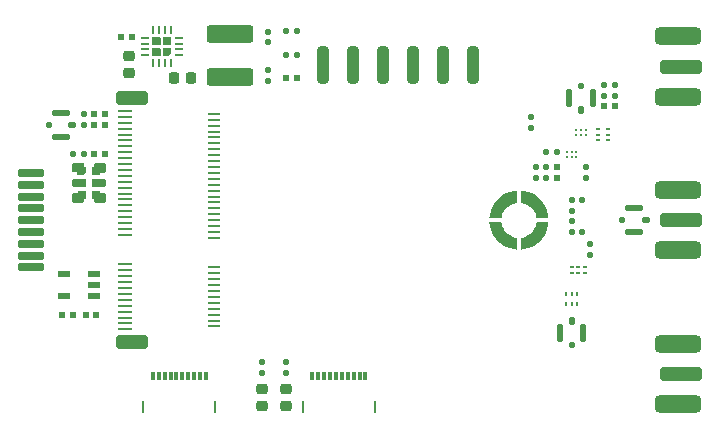
<source format=gtp>
G04*
G04 #@! TF.GenerationSoftware,Altium Limited,Altium Designer,20.1.12 (249)*
G04*
G04 Layer_Color=8421504*
%FSLAX44Y44*%
%MOMM*%
G71*
G04*
G04 #@! TF.SameCoordinates,A9FEEA33-96DE-4984-9D73-42BCD588803D*
G04*
G04*
G04 #@! TF.FilePolarity,Positive*
G04*
G01*
G75*
G04:AMPARAMS|DCode=15|XSize=1.45mm|YSize=0.55mm|CornerRadius=0.125mm|HoleSize=0mm|Usage=FLASHONLY|Rotation=180.000|XOffset=0mm|YOffset=0mm|HoleType=Round|Shape=RoundedRectangle|*
%AMROUNDEDRECTD15*
21,1,1.4500,0.3000,0,0,180.0*
21,1,1.2000,0.5500,0,0,180.0*
1,1,0.2500,-0.6000,0.1500*
1,1,0.2500,0.6000,0.1500*
1,1,0.2500,0.6000,-0.1500*
1,1,0.2500,-0.6000,-0.1500*
%
%ADD15ROUNDEDRECTD15*%
G04:AMPARAMS|DCode=16|XSize=0.6mm|YSize=0.45mm|CornerRadius=0.1mm|HoleSize=0mm|Usage=FLASHONLY|Rotation=180.000|XOffset=0mm|YOffset=0mm|HoleType=Round|Shape=RoundedRectangle|*
%AMROUNDEDRECTD16*
21,1,0.6000,0.2500,0,0,180.0*
21,1,0.4000,0.4500,0,0,180.0*
1,1,0.2000,-0.2000,0.1250*
1,1,0.2000,0.2000,0.1250*
1,1,0.2000,0.2000,-0.1250*
1,1,0.2000,-0.2000,-0.1250*
%
%ADD16ROUNDEDRECTD16*%
G04:AMPARAMS|DCode=17|XSize=0.5mm|YSize=0.45mm|CornerRadius=0.1mm|HoleSize=0mm|Usage=FLASHONLY|Rotation=180.000|XOffset=0mm|YOffset=0mm|HoleType=Round|Shape=RoundedRectangle|*
%AMROUNDEDRECTD17*
21,1,0.5000,0.2500,0,0,180.0*
21,1,0.3000,0.4500,0,0,180.0*
1,1,0.2000,-0.1500,0.1250*
1,1,0.2000,0.1500,0.1250*
1,1,0.2000,0.1500,-0.1250*
1,1,0.2000,-0.1500,-0.1250*
%
%ADD17ROUNDEDRECTD17*%
G04:AMPARAMS|DCode=18|XSize=1.15mm|YSize=3.55mm|CornerRadius=0.275mm|HoleSize=0mm|Usage=FLASHONLY|Rotation=90.000|XOffset=0mm|YOffset=0mm|HoleType=Round|Shape=RoundedRectangle|*
%AMROUNDEDRECTD18*
21,1,1.1500,3.0000,0,0,90.0*
21,1,0.6000,3.5500,0,0,90.0*
1,1,0.5500,1.5000,0.3000*
1,1,0.5500,1.5000,-0.3000*
1,1,0.5500,-1.5000,-0.3000*
1,1,0.5500,-1.5000,0.3000*
%
%ADD18ROUNDEDRECTD18*%
G04:AMPARAMS|DCode=19|XSize=1.45mm|YSize=3.95mm|CornerRadius=0.35mm|HoleSize=0mm|Usage=FLASHONLY|Rotation=90.000|XOffset=0mm|YOffset=0mm|HoleType=Round|Shape=RoundedRectangle|*
%AMROUNDEDRECTD19*
21,1,1.4500,3.2500,0,0,90.0*
21,1,0.7500,3.9500,0,0,90.0*
1,1,0.7000,1.6250,0.3750*
1,1,0.7000,1.6250,-0.3750*
1,1,0.7000,-1.6250,-0.3750*
1,1,0.7000,-1.6250,0.3750*
%
%ADD19ROUNDEDRECTD19*%
G04:AMPARAMS|DCode=20|XSize=0.5mm|YSize=0.5mm|CornerRadius=0.1125mm|HoleSize=0mm|Usage=FLASHONLY|Rotation=90.000|XOffset=0mm|YOffset=0mm|HoleType=Round|Shape=RoundedRectangle|*
%AMROUNDEDRECTD20*
21,1,0.5000,0.2750,0,0,90.0*
21,1,0.2750,0.5000,0,0,90.0*
1,1,0.2250,0.1375,0.1375*
1,1,0.2250,0.1375,-0.1375*
1,1,0.2250,-0.1375,-0.1375*
1,1,0.2250,-0.1375,0.1375*
%
%ADD20ROUNDEDRECTD20*%
G04:AMPARAMS|DCode=21|XSize=1.45mm|YSize=3.95mm|CornerRadius=0.2mm|HoleSize=0mm|Usage=FLASHONLY|Rotation=270.000|XOffset=0mm|YOffset=0mm|HoleType=Round|Shape=RoundedRectangle|*
%AMROUNDEDRECTD21*
21,1,1.4500,3.5500,0,0,270.0*
21,1,1.0500,3.9500,0,0,270.0*
1,1,0.4000,-1.7750,-0.5250*
1,1,0.4000,-1.7750,0.5250*
1,1,0.4000,1.7750,0.5250*
1,1,0.4000,1.7750,-0.5250*
%
%ADD21ROUNDEDRECTD21*%
G04:AMPARAMS|DCode=22|XSize=0.7mm|YSize=0.21mm|CornerRadius=0.04mm|HoleSize=0mm|Usage=FLASHONLY|Rotation=0.000|XOffset=0mm|YOffset=0mm|HoleType=Round|Shape=RoundedRectangle|*
%AMROUNDEDRECTD22*
21,1,0.7000,0.1300,0,0,0.0*
21,1,0.6200,0.2100,0,0,0.0*
1,1,0.0800,0.3100,-0.0650*
1,1,0.0800,-0.3100,-0.0650*
1,1,0.0800,-0.3100,0.0650*
1,1,0.0800,0.3100,0.0650*
%
%ADD22ROUNDEDRECTD22*%
G04:AMPARAMS|DCode=23|XSize=0.7mm|YSize=0.21mm|CornerRadius=0.04mm|HoleSize=0mm|Usage=FLASHONLY|Rotation=90.000|XOffset=0mm|YOffset=0mm|HoleType=Round|Shape=RoundedRectangle|*
%AMROUNDEDRECTD23*
21,1,0.7000,0.1300,0,0,90.0*
21,1,0.6200,0.2100,0,0,90.0*
1,1,0.0800,0.0650,0.3100*
1,1,0.0800,0.0650,-0.3100*
1,1,0.0800,-0.0650,-0.3100*
1,1,0.0800,-0.0650,0.3100*
%
%ADD23ROUNDEDRECTD23*%
G04:AMPARAMS|DCode=24|XSize=0.55mm|YSize=0.55mm|CornerRadius=0.125mm|HoleSize=0mm|Usage=FLASHONLY|Rotation=0.000|XOffset=0mm|YOffset=0mm|HoleType=Round|Shape=RoundedRectangle|*
%AMROUNDEDRECTD24*
21,1,0.5500,0.3000,0,0,0.0*
21,1,0.3000,0.5500,0,0,0.0*
1,1,0.2500,0.1500,-0.1500*
1,1,0.2500,-0.1500,-0.1500*
1,1,0.2500,-0.1500,0.1500*
1,1,0.2500,0.1500,0.1500*
%
%ADD24ROUNDEDRECTD24*%
G04:AMPARAMS|DCode=25|XSize=0.5mm|YSize=0.5mm|CornerRadius=0.1125mm|HoleSize=0mm|Usage=FLASHONLY|Rotation=180.000|XOffset=0mm|YOffset=0mm|HoleType=Round|Shape=RoundedRectangle|*
%AMROUNDEDRECTD25*
21,1,0.5000,0.2750,0,0,180.0*
21,1,0.2750,0.5000,0,0,180.0*
1,1,0.2250,-0.1375,0.1375*
1,1,0.2250,0.1375,0.1375*
1,1,0.2250,0.1375,-0.1375*
1,1,0.2250,-0.1375,-0.1375*
%
%ADD25ROUNDEDRECTD25*%
G04:AMPARAMS|DCode=26|XSize=0.25mm|YSize=0.95mm|CornerRadius=0.05mm|HoleSize=0mm|Usage=FLASHONLY|Rotation=0.000|XOffset=0mm|YOffset=0mm|HoleType=Round|Shape=RoundedRectangle|*
%AMROUNDEDRECTD26*
21,1,0.2500,0.8500,0,0,0.0*
21,1,0.1500,0.9500,0,0,0.0*
1,1,0.1000,0.0750,-0.4250*
1,1,0.1000,-0.0750,-0.4250*
1,1,0.1000,-0.0750,0.4250*
1,1,0.1000,0.0750,0.4250*
%
%ADD26ROUNDEDRECTD26*%
G04:AMPARAMS|DCode=27|XSize=0.3mm|YSize=0.7mm|CornerRadius=0.075mm|HoleSize=0mm|Usage=FLASHONLY|Rotation=0.000|XOffset=0mm|YOffset=0mm|HoleType=Round|Shape=RoundedRectangle|*
%AMROUNDEDRECTD27*
21,1,0.3000,0.5500,0,0,0.0*
21,1,0.1500,0.7000,0,0,0.0*
1,1,0.1500,0.0750,-0.2750*
1,1,0.1500,-0.0750,-0.2750*
1,1,0.1500,-0.0750,0.2750*
1,1,0.1500,0.0750,0.2750*
%
%ADD27ROUNDEDRECTD27*%
G04:AMPARAMS|DCode=28|XSize=0.9mm|YSize=0.95mm|CornerRadius=0.2125mm|HoleSize=0mm|Usage=FLASHONLY|Rotation=270.000|XOffset=0mm|YOffset=0mm|HoleType=Round|Shape=RoundedRectangle|*
%AMROUNDEDRECTD28*
21,1,0.9000,0.5250,0,0,270.0*
21,1,0.4750,0.9500,0,0,270.0*
1,1,0.4250,-0.2625,-0.2375*
1,1,0.4250,-0.2625,0.2375*
1,1,0.4250,0.2625,0.2375*
1,1,0.4250,0.2625,-0.2375*
%
%ADD28ROUNDEDRECTD28*%
G04:AMPARAMS|DCode=29|XSize=0.35mm|YSize=0.25mm|CornerRadius=0.0313mm|HoleSize=0mm|Usage=FLASHONLY|Rotation=270.000|XOffset=0mm|YOffset=0mm|HoleType=Round|Shape=RoundedRectangle|*
%AMROUNDEDRECTD29*
21,1,0.3500,0.1875,0,0,270.0*
21,1,0.2875,0.2500,0,0,270.0*
1,1,0.0625,-0.0938,-0.1438*
1,1,0.0625,-0.0938,0.1438*
1,1,0.0625,0.0938,0.1438*
1,1,0.0625,0.0938,-0.1438*
%
%ADD29ROUNDEDRECTD29*%
G04:AMPARAMS|DCode=30|XSize=0.35mm|YSize=0.25mm|CornerRadius=0.0313mm|HoleSize=0mm|Usage=FLASHONLY|Rotation=0.000|XOffset=0mm|YOffset=0mm|HoleType=Round|Shape=RoundedRectangle|*
%AMROUNDEDRECTD30*
21,1,0.3500,0.1875,0,0,0.0*
21,1,0.2875,0.2500,0,0,0.0*
1,1,0.0625,0.1438,-0.0938*
1,1,0.0625,-0.1438,-0.0938*
1,1,0.0625,-0.1438,0.0938*
1,1,0.0625,0.1438,0.0938*
%
%ADD30ROUNDEDRECTD30*%
G04:AMPARAMS|DCode=31|XSize=0.175mm|YSize=0.3mm|CornerRadius=0.0031mm|HoleSize=0mm|Usage=FLASHONLY|Rotation=270.000|XOffset=0mm|YOffset=0mm|HoleType=Round|Shape=RoundedRectangle|*
%AMROUNDEDRECTD31*
21,1,0.1750,0.2938,0,0,270.0*
21,1,0.1688,0.3000,0,0,270.0*
1,1,0.0063,-0.1469,-0.0844*
1,1,0.0063,-0.1469,0.0844*
1,1,0.0063,0.1469,0.0844*
1,1,0.0063,0.1469,-0.0844*
%
%ADD31ROUNDEDRECTD31*%
G04:AMPARAMS|DCode=32|XSize=1.1mm|YSize=0.55mm|CornerRadius=0.125mm|HoleSize=0mm|Usage=FLASHONLY|Rotation=180.000|XOffset=0mm|YOffset=0mm|HoleType=Round|Shape=RoundedRectangle|*
%AMROUNDEDRECTD32*
21,1,1.1000,0.3000,0,0,180.0*
21,1,0.8500,0.5500,0,0,180.0*
1,1,0.2500,-0.4250,0.1500*
1,1,0.2500,0.4250,0.1500*
1,1,0.2500,0.4250,-0.1500*
1,1,0.2500,-0.4250,-0.1500*
%
%ADD32ROUNDEDRECTD32*%
G04:AMPARAMS|DCode=33|XSize=1mm|YSize=0.8mm|CornerRadius=0.1238mm|HoleSize=0mm|Usage=FLASHONLY|Rotation=0.000|XOffset=0mm|YOffset=0mm|HoleType=Round|Shape=RoundedRectangle|*
%AMROUNDEDRECTD33*
21,1,1.0000,0.5525,0,0,0.0*
21,1,0.7525,0.8000,0,0,0.0*
1,1,0.2475,0.3763,-0.2763*
1,1,0.2475,-0.3763,-0.2763*
1,1,0.2475,-0.3763,0.2763*
1,1,0.2475,0.3763,0.2763*
%
%ADD33ROUNDEDRECTD33*%
G04:AMPARAMS|DCode=34|XSize=1mm|YSize=0.75mm|CornerRadius=0.115mm|HoleSize=0mm|Usage=FLASHONLY|Rotation=180.000|XOffset=0mm|YOffset=0mm|HoleType=Round|Shape=RoundedRectangle|*
%AMROUNDEDRECTD34*
21,1,1.0000,0.5200,0,0,180.0*
21,1,0.7700,0.7500,0,0,180.0*
1,1,0.2300,-0.3850,0.2600*
1,1,0.2300,0.3850,0.2600*
1,1,0.2300,0.3850,-0.2600*
1,1,0.2300,-0.3850,-0.2600*
%
%ADD34ROUNDEDRECTD34*%
G04:AMPARAMS|DCode=35|XSize=0.25mm|YSize=1.2mm|CornerRadius=0.05mm|HoleSize=0mm|Usage=FLASHONLY|Rotation=90.000|XOffset=0mm|YOffset=0mm|HoleType=Round|Shape=RoundedRectangle|*
%AMROUNDEDRECTD35*
21,1,0.2500,1.1000,0,0,90.0*
21,1,0.1500,1.2000,0,0,90.0*
1,1,0.1000,0.5500,0.0750*
1,1,0.1000,0.5500,-0.0750*
1,1,0.1000,-0.5500,-0.0750*
1,1,0.1000,-0.5500,0.0750*
%
%ADD35ROUNDEDRECTD35*%
G04:AMPARAMS|DCode=36|XSize=1.15mm|YSize=2.65mm|CornerRadius=0.125mm|HoleSize=0mm|Usage=FLASHONLY|Rotation=90.000|XOffset=0mm|YOffset=0mm|HoleType=Round|Shape=RoundedRectangle|*
%AMROUNDEDRECTD36*
21,1,1.1500,2.4000,0,0,90.0*
21,1,0.9000,2.6500,0,0,90.0*
1,1,0.2500,1.2000,0.4500*
1,1,0.2500,1.2000,-0.4500*
1,1,0.2500,-1.2000,-0.4500*
1,1,0.2500,-1.2000,0.4500*
%
%ADD36ROUNDEDRECTD36*%
G04:AMPARAMS|DCode=37|XSize=0.25mm|YSize=0.95mm|CornerRadius=0.05mm|HoleSize=0mm|Usage=FLASHONLY|Rotation=90.000|XOffset=0mm|YOffset=0mm|HoleType=Round|Shape=RoundedRectangle|*
%AMROUNDEDRECTD37*
21,1,0.2500,0.8500,0,0,90.0*
21,1,0.1500,0.9500,0,0,90.0*
1,1,0.1000,0.4250,0.0750*
1,1,0.1000,0.4250,-0.0750*
1,1,0.1000,-0.4250,-0.0750*
1,1,0.1000,-0.4250,0.0750*
%
%ADD37ROUNDEDRECTD37*%
G04:AMPARAMS|DCode=38|XSize=0.25mm|YSize=0.25mm|CornerRadius=0.0313mm|HoleSize=0mm|Usage=FLASHONLY|Rotation=270.000|XOffset=0mm|YOffset=0mm|HoleType=Round|Shape=RoundedRectangle|*
%AMROUNDEDRECTD38*
21,1,0.2500,0.1875,0,0,270.0*
21,1,0.1875,0.2500,0,0,270.0*
1,1,0.0625,-0.0938,-0.0938*
1,1,0.0625,-0.0938,0.0938*
1,1,0.0625,0.0938,0.0938*
1,1,0.0625,0.0938,-0.0938*
%
%ADD38ROUNDEDRECTD38*%
G04:AMPARAMS|DCode=39|XSize=0.55mm|YSize=0.55mm|CornerRadius=0.125mm|HoleSize=0mm|Usage=FLASHONLY|Rotation=90.000|XOffset=0mm|YOffset=0mm|HoleType=Round|Shape=RoundedRectangle|*
%AMROUNDEDRECTD39*
21,1,0.5500,0.3000,0,0,90.0*
21,1,0.3000,0.5500,0,0,90.0*
1,1,0.2500,0.1500,0.1500*
1,1,0.2500,0.1500,-0.1500*
1,1,0.2500,-0.1500,-0.1500*
1,1,0.2500,-0.1500,0.1500*
%
%ADD39ROUNDEDRECTD39*%
G04:AMPARAMS|DCode=40|XSize=0.5mm|YSize=0.45mm|CornerRadius=0.1mm|HoleSize=0mm|Usage=FLASHONLY|Rotation=90.000|XOffset=0mm|YOffset=0mm|HoleType=Round|Shape=RoundedRectangle|*
%AMROUNDEDRECTD40*
21,1,0.5000,0.2500,0,0,90.0*
21,1,0.3000,0.4500,0,0,90.0*
1,1,0.2000,0.1250,0.1500*
1,1,0.2000,0.1250,-0.1500*
1,1,0.2000,-0.1250,-0.1500*
1,1,0.2000,-0.1250,0.1500*
%
%ADD40ROUNDEDRECTD40*%
G04:AMPARAMS|DCode=41|XSize=1.45mm|YSize=0.55mm|CornerRadius=0.125mm|HoleSize=0mm|Usage=FLASHONLY|Rotation=270.000|XOffset=0mm|YOffset=0mm|HoleType=Round|Shape=RoundedRectangle|*
%AMROUNDEDRECTD41*
21,1,1.4500,0.3000,0,0,270.0*
21,1,1.2000,0.5500,0,0,270.0*
1,1,0.2500,-0.1500,-0.6000*
1,1,0.2500,-0.1500,0.6000*
1,1,0.2500,0.1500,0.6000*
1,1,0.2500,0.1500,-0.6000*
%
%ADD41ROUNDEDRECTD41*%
G04:AMPARAMS|DCode=42|XSize=0.6mm|YSize=0.45mm|CornerRadius=0.1mm|HoleSize=0mm|Usage=FLASHONLY|Rotation=90.000|XOffset=0mm|YOffset=0mm|HoleType=Round|Shape=RoundedRectangle|*
%AMROUNDEDRECTD42*
21,1,0.6000,0.2500,0,0,90.0*
21,1,0.4000,0.4500,0,0,90.0*
1,1,0.2000,0.1250,0.2000*
1,1,0.2000,0.1250,-0.2000*
1,1,0.2000,-0.1250,-0.2000*
1,1,0.2000,-0.1250,0.2000*
%
%ADD42ROUNDEDRECTD42*%
G04:AMPARAMS|DCode=43|XSize=0.9mm|YSize=0.95mm|CornerRadius=0.2125mm|HoleSize=0mm|Usage=FLASHONLY|Rotation=0.000|XOffset=0mm|YOffset=0mm|HoleType=Round|Shape=RoundedRectangle|*
%AMROUNDEDRECTD43*
21,1,0.9000,0.5250,0,0,0.0*
21,1,0.4750,0.9500,0,0,0.0*
1,1,0.4250,0.2375,-0.2625*
1,1,0.4250,-0.2375,-0.2625*
1,1,0.4250,-0.2375,0.2625*
1,1,0.4250,0.2375,0.2625*
%
%ADD43ROUNDEDRECTD43*%
G04:AMPARAMS|DCode=44|XSize=0.95mm|YSize=3.15mm|CornerRadius=0.225mm|HoleSize=0mm|Usage=FLASHONLY|Rotation=0.000|XOffset=0mm|YOffset=0mm|HoleType=Round|Shape=RoundedRectangle|*
%AMROUNDEDRECTD44*
21,1,0.9500,2.7000,0,0,0.0*
21,1,0.5000,3.1500,0,0,0.0*
1,1,0.4500,0.2500,-1.3500*
1,1,0.4500,-0.2500,-1.3500*
1,1,0.4500,-0.2500,1.3500*
1,1,0.4500,0.2500,1.3500*
%
%ADD44ROUNDEDRECTD44*%
G04:AMPARAMS|DCode=45|XSize=0.75mm|YSize=0.65mm|CornerRadius=0.0975mm|HoleSize=0mm|Usage=FLASHONLY|Rotation=0.000|XOffset=0mm|YOffset=0mm|HoleType=Round|Shape=RoundedRectangle|*
%AMROUNDEDRECTD45*
21,1,0.7500,0.4550,0,0,0.0*
21,1,0.5550,0.6500,0,0,0.0*
1,1,0.1950,0.2775,-0.2275*
1,1,0.1950,-0.2775,-0.2275*
1,1,0.1950,-0.2775,0.2275*
1,1,0.1950,0.2775,0.2275*
%
%ADD45ROUNDEDRECTD45*%
G04:AMPARAMS|DCode=46|XSize=0.65mm|YSize=2.25mm|CornerRadius=0.15mm|HoleSize=0mm|Usage=FLASHONLY|Rotation=270.000|XOffset=0mm|YOffset=0mm|HoleType=Round|Shape=RoundedRectangle|*
%AMROUNDEDRECTD46*
21,1,0.6500,1.9500,0,0,270.0*
21,1,0.3500,2.2500,0,0,270.0*
1,1,0.3000,-0.9750,-0.1750*
1,1,0.3000,-0.9750,0.1750*
1,1,0.3000,0.9750,0.1750*
1,1,0.3000,0.9750,-0.1750*
%
%ADD46ROUNDEDRECTD46*%
G36*
X167816Y325098D02*
X168098Y324817D01*
X168250Y324449D01*
X168250Y324250D01*
X168250Y319000D01*
X168250Y319000D01*
X168250Y318801D01*
X168098Y318434D01*
X167816Y318152D01*
X167449Y318000D01*
X167250Y318000D01*
X162000Y318000D01*
X161801D01*
X161434Y318152D01*
X161152Y318434D01*
X161000Y318801D01*
Y319000D01*
Y324250D01*
Y324449D01*
X161152Y324816D01*
X161434Y325098D01*
X161801Y325250D01*
X167250D01*
X167250Y325250D01*
X167449Y325250D01*
X167816Y325098D01*
D02*
G37*
G36*
X152750Y325250D02*
Y325250D01*
X158199D01*
X158567Y325098D01*
X158848Y324816D01*
X159000Y324449D01*
Y324250D01*
Y319000D01*
Y318801D01*
X158848Y318434D01*
X158567Y318152D01*
X158199Y318000D01*
X158000D01*
X152750Y318000D01*
X152551D01*
X152184Y318152D01*
X151902Y318434D01*
X151750Y318801D01*
Y319000D01*
X151750Y319000D01*
X151750Y324250D01*
X151750Y324449D01*
X151902Y324817D01*
X152184Y325098D01*
X152551Y325250D01*
X152750Y325250D01*
D02*
G37*
G36*
X167816Y315848D02*
X168098Y315567D01*
X168250Y315199D01*
X168250Y315000D01*
X168250Y315000D01*
Y312250D01*
Y312131D01*
X168204Y311898D01*
X168113Y311678D01*
X167980Y311481D01*
X167896Y311397D01*
X165604Y309104D01*
X165520Y309020D01*
X165322Y308887D01*
X165102Y308797D01*
X164869Y308750D01*
X164750Y308750D01*
X164750Y308750D01*
X161801D01*
X161434Y308902D01*
X161152Y309184D01*
X161000Y309551D01*
Y309750D01*
Y309750D01*
Y315000D01*
Y315199D01*
X161152Y315566D01*
X161434Y315848D01*
X161801Y316000D01*
X162000D01*
X167250Y316000D01*
X167449Y316000D01*
X167816Y315848D01*
D02*
G37*
G36*
X158567Y315848D02*
X158848Y315566D01*
X159000Y315199D01*
Y315000D01*
Y309750D01*
Y309551D01*
X158848Y309184D01*
X158567Y308902D01*
X158199Y308750D01*
X152750D01*
X152551Y308750D01*
X152184Y308902D01*
X151902Y309184D01*
X151750Y309551D01*
X151750Y309750D01*
X151750Y315000D01*
X151750Y315000D01*
X151750Y315199D01*
X151902Y315566D01*
X152184Y315848D01*
X152551Y316000D01*
X152750Y316000D01*
X158000Y316000D01*
X158199D01*
X158567Y315848D01*
D02*
G37*
G36*
X93012Y218498D02*
X93012D01*
X93013D01*
X93134Y218498D01*
X93373Y218451D01*
X93598Y218357D01*
X93800Y218222D01*
X93972Y218050D01*
X94107Y217848D01*
X94200Y217623D01*
X94248Y217384D01*
X94248Y217263D01*
X94248Y217260D01*
Y217252D01*
X94248Y217252D01*
X94248Y217251D01*
X94248Y214820D01*
X95218D01*
X95576Y214671D01*
X95850Y214398D01*
X95998Y214040D01*
Y213847D01*
X95998Y211572D01*
Y211572D01*
Y211572D01*
X95998Y211478D01*
X95961Y211293D01*
X95889Y211119D01*
X95785Y210963D01*
X95718Y210896D01*
X95718Y210896D01*
X93425Y208603D01*
D01*
X93359Y208537D01*
X93202Y208433D01*
X93028Y208360D01*
X92844Y208324D01*
X89281D01*
X88924Y208472D01*
X88650Y208745D01*
X88502Y209103D01*
Y209297D01*
Y210502D01*
X85487Y210502D01*
X85487D01*
X85487D01*
X85366Y210502D01*
X85127Y210550D01*
X84902Y210643D01*
X84700Y210778D01*
X84528Y210950D01*
X84393Y211152D01*
X84300Y211377D01*
X84252Y211616D01*
X84252Y211737D01*
X84252Y211738D01*
Y211738D01*
Y217263D01*
Y217384D01*
X84300Y217623D01*
X84393Y217848D01*
X84528Y218050D01*
X84700Y218222D01*
X84902Y218357D01*
X85127Y218451D01*
X85366Y218498D01*
X85487Y218498D01*
X85488Y218498D01*
X93012Y218498D01*
D02*
G37*
G36*
X464000Y194955D02*
X466269Y194819D01*
X470683Y193732D01*
X474829Y191867D01*
X478570Y189285D01*
X481785Y186070D01*
X484367Y182329D01*
X486232Y178183D01*
X487318Y173769D01*
X487455Y171500D01*
X477425D01*
X477425Y171500D01*
X477242Y172771D01*
X476553Y175244D01*
X475454Y177563D01*
X473975Y179660D01*
X472160Y181475D01*
X470063Y182954D01*
X467744Y184054D01*
X465271Y184742D01*
X464000Y184925D01*
X464000Y194955D01*
X464000Y194955D01*
D02*
G37*
G36*
X461000Y184925D02*
Y184925D01*
X459729Y184742D01*
X457256Y184054D01*
X454937Y182954D01*
X452840Y181475D01*
X451025Y179660D01*
X449546Y177563D01*
X448446Y175244D01*
X447758Y172771D01*
X447575Y171500D01*
X437545Y171500D01*
X437682Y173769D01*
X438768Y178183D01*
X440633Y182329D01*
X443215Y186070D01*
X446429Y189285D01*
X450171Y191867D01*
X454317Y193732D01*
X458731Y194819D01*
X461000Y194955D01*
X461000Y184925D01*
D02*
G37*
G36*
X447758Y167229D02*
X448446Y164756D01*
X449546Y162437D01*
X451025Y160340D01*
X452840Y158525D01*
X454937Y157046D01*
X457256Y155947D01*
X459729Y155258D01*
X461000Y155075D01*
X461000Y145045D01*
X461000D01*
X458731Y145182D01*
X454317Y146268D01*
X450171Y148133D01*
X446430Y150715D01*
X443215Y153930D01*
X440633Y157671D01*
X438768Y161817D01*
X437681Y166231D01*
X437545Y168500D01*
X447575Y168500D01*
X447575D01*
X447758Y167229D01*
D02*
G37*
G36*
X487455Y168500D02*
X487318Y166231D01*
X486232Y161817D01*
X484367Y157671D01*
X481785Y153930D01*
X478570Y150715D01*
X474829Y148133D01*
X470683Y146268D01*
X466269Y145182D01*
X464000Y145045D01*
Y155076D01*
X464000Y155076D01*
X465271Y155259D01*
X467744Y155947D01*
X470063Y157046D01*
X472160Y158525D01*
X473975Y160340D01*
X475454Y162437D01*
X476553Y164756D01*
X477242Y167229D01*
X477425Y168500D01*
X487455Y168500D01*
X487455Y168500D01*
D02*
G37*
D15*
X560000Y160000D02*
D03*
Y180000D02*
D03*
X74500Y260500D02*
D03*
X74500Y240500D02*
D03*
D16*
X569750Y170000D02*
D03*
X84250Y250500D02*
D03*
D17*
X549750Y170000D02*
D03*
X64250Y250500D02*
D03*
D18*
X599500Y300000D02*
D03*
Y170000D02*
D03*
Y40000D02*
D03*
D19*
X597500Y325500D02*
D03*
Y274500D02*
D03*
Y195500D02*
D03*
Y144500D02*
D03*
Y65500D02*
D03*
Y14500D02*
D03*
D20*
X250000Y329500D02*
D03*
Y320500D02*
D03*
X250000Y288000D02*
D03*
Y297000D02*
D03*
X472500Y257000D02*
D03*
Y248000D02*
D03*
X522500Y140500D02*
D03*
Y149500D02*
D03*
X519500Y215000D02*
D03*
Y206000D02*
D03*
X485500Y215000D02*
D03*
Y206000D02*
D03*
X476500D02*
D03*
Y215000D02*
D03*
X507000Y169000D02*
D03*
Y178000D02*
D03*
X265000Y40500D02*
D03*
Y49500D02*
D03*
X245000Y40500D02*
D03*
Y49500D02*
D03*
X94000Y250500D02*
D03*
X94000Y259500D02*
D03*
D21*
X217500Y291500D02*
D03*
Y327500D02*
D03*
D22*
X174250Y309500D02*
D03*
Y314500D02*
D03*
Y319500D02*
D03*
Y324500D02*
D03*
X145750D02*
D03*
Y319500D02*
D03*
Y314500D02*
D03*
Y309500D02*
D03*
D23*
X167500Y331250D02*
D03*
X162500D02*
D03*
X157500D02*
D03*
X152500D02*
D03*
Y302750D02*
D03*
X157500D02*
D03*
X162500D02*
D03*
X167500D02*
D03*
D24*
X274500Y290000D02*
D03*
X265500D02*
D03*
X134500Y325000D02*
D03*
X125500D02*
D03*
X534500Y266500D02*
D03*
X543500D02*
D03*
X95500Y90000D02*
D03*
X104500D02*
D03*
X84500D02*
D03*
X75500D02*
D03*
X112000Y226000D02*
D03*
X103000D02*
D03*
X103000Y250500D02*
D03*
X112000D02*
D03*
X103000Y259500D02*
D03*
X112000Y259500D02*
D03*
D25*
X265500Y310000D02*
D03*
X274500D02*
D03*
Y330000D02*
D03*
X265500D02*
D03*
X534500Y275500D02*
D03*
X543500D02*
D03*
X543500Y284500D02*
D03*
X534500D02*
D03*
X485500Y227500D02*
D03*
X494500D02*
D03*
X516000Y187000D02*
D03*
X507000D02*
D03*
X516000Y160000D02*
D03*
X507000D02*
D03*
X94000Y226000D02*
D03*
X85000D02*
D03*
D26*
X144600Y11500D02*
D03*
X205400D02*
D03*
X279600D02*
D03*
X340400D02*
D03*
D27*
X187500Y38000D02*
D03*
X182500D02*
D03*
X177500D02*
D03*
X172500D02*
D03*
X167500D02*
D03*
X162500D02*
D03*
X157500D02*
D03*
X152500D02*
D03*
X192500D02*
D03*
X197500D02*
D03*
X322500D02*
D03*
X317500D02*
D03*
X312500D02*
D03*
X307500D02*
D03*
X302500D02*
D03*
X297500D02*
D03*
X292500D02*
D03*
X287500D02*
D03*
X327500D02*
D03*
X332500D02*
D03*
D28*
X265000Y12900D02*
D03*
Y27100D02*
D03*
X245000Y12900D02*
D03*
Y27100D02*
D03*
X131999Y309054D02*
D03*
Y294854D02*
D03*
D29*
X512000Y98750D02*
D03*
X507000D02*
D03*
X502000D02*
D03*
Y107250D02*
D03*
X507000D02*
D03*
X512000D02*
D03*
D30*
X538250Y247500D02*
D03*
Y242500D02*
D03*
Y237500D02*
D03*
X529750D02*
D03*
Y242500D02*
D03*
Y247500D02*
D03*
D31*
X507050Y125550D02*
D03*
X512750D02*
D03*
X518450D02*
D03*
Y130000D02*
D03*
X512750D02*
D03*
X507050D02*
D03*
D32*
X77500Y124500D02*
D03*
Y105500D02*
D03*
X102500D02*
D03*
Y124500D02*
D03*
Y115000D02*
D03*
D33*
X107750Y188500D02*
D03*
Y214500D02*
D03*
X89250Y188500D02*
D03*
D34*
Y201500D02*
D03*
X107750D02*
D03*
D35*
X129250Y107500D02*
D03*
Y132500D02*
D03*
Y127500D02*
D03*
Y112500D02*
D03*
Y122500D02*
D03*
Y117500D02*
D03*
Y77500D02*
D03*
Y92500D02*
D03*
Y102500D02*
D03*
Y97500D02*
D03*
Y87500D02*
D03*
Y82500D02*
D03*
Y217500D02*
D03*
Y227500D02*
D03*
Y222500D02*
D03*
Y202500D02*
D03*
Y212500D02*
D03*
Y207500D02*
D03*
Y252500D02*
D03*
Y262500D02*
D03*
Y257500D02*
D03*
Y237500D02*
D03*
Y232500D02*
D03*
Y247500D02*
D03*
Y242500D02*
D03*
Y172500D02*
D03*
Y182500D02*
D03*
Y177500D02*
D03*
Y157500D02*
D03*
Y167500D02*
D03*
Y162500D02*
D03*
Y197500D02*
D03*
Y192500D02*
D03*
Y187500D02*
D03*
D36*
X135000Y66500D02*
D03*
Y273500D02*
D03*
D37*
X204500Y155000D02*
D03*
Y90000D02*
D03*
Y100000D02*
D03*
Y95000D02*
D03*
Y85000D02*
D03*
Y80000D02*
D03*
Y120000D02*
D03*
Y130000D02*
D03*
Y125000D02*
D03*
Y105000D02*
D03*
Y115000D02*
D03*
Y110000D02*
D03*
Y240000D02*
D03*
Y250000D02*
D03*
Y245000D02*
D03*
Y225000D02*
D03*
Y235000D02*
D03*
Y230000D02*
D03*
Y260000D02*
D03*
Y255000D02*
D03*
Y180000D02*
D03*
Y190000D02*
D03*
Y185000D02*
D03*
Y165000D02*
D03*
Y160000D02*
D03*
Y175000D02*
D03*
Y170000D02*
D03*
Y210000D02*
D03*
Y220000D02*
D03*
Y215000D02*
D03*
Y200000D02*
D03*
Y195000D02*
D03*
Y205000D02*
D03*
D38*
X511000Y242500D02*
D03*
X515000Y242500D02*
D03*
X519000Y242500D02*
D03*
Y246500D02*
D03*
X515000Y246500D02*
D03*
X511000Y246500D02*
D03*
X507000Y223500D02*
D03*
X511000Y223500D02*
D03*
X503000Y223500D02*
D03*
X503000Y227500D02*
D03*
X511000D02*
D03*
X507000Y227500D02*
D03*
D39*
X494500Y215000D02*
D03*
Y206000D02*
D03*
D40*
X515000Y283250D02*
D03*
X507000Y64250D02*
D03*
D41*
X525000Y273000D02*
D03*
X505000D02*
D03*
X517000Y74500D02*
D03*
X497000D02*
D03*
D42*
X515000Y263250D02*
D03*
X507000Y84250D02*
D03*
D43*
X184600Y290000D02*
D03*
X170400D02*
D03*
D44*
X423500Y301000D02*
D03*
X372700D02*
D03*
X398100D02*
D03*
X347300D02*
D03*
X321900D02*
D03*
X296500D02*
D03*
D45*
X104750Y191572D02*
D03*
Y211572D02*
D03*
X92250Y191572D02*
D03*
Y201572D02*
D03*
X104750D02*
D03*
D46*
X49000Y170000D02*
D03*
Y160000D02*
D03*
Y150000D02*
D03*
Y140000D02*
D03*
Y130000D02*
D03*
Y210000D02*
D03*
Y200000D02*
D03*
Y190000D02*
D03*
Y180000D02*
D03*
M02*

</source>
